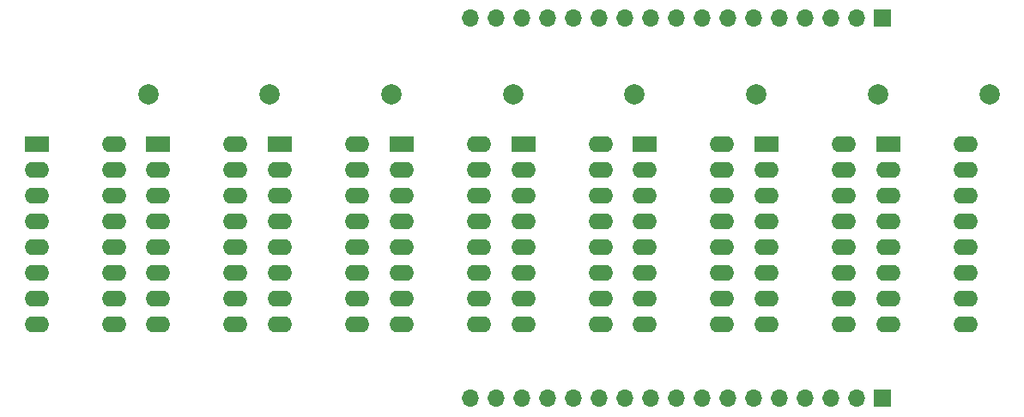
<source format=gbr>
%TF.GenerationSoftware,KiCad,Pcbnew,7.0.10*%
%TF.CreationDate,2024-02-06T22:07:37+01:00*%
%TF.ProjectId,16M2164_Ersatz_16dRAM,31364d32-3136-4345-9f45-727361747a5f,1*%
%TF.SameCoordinates,Original*%
%TF.FileFunction,Soldermask,Bot*%
%TF.FilePolarity,Negative*%
%FSLAX46Y46*%
G04 Gerber Fmt 4.6, Leading zero omitted, Abs format (unit mm)*
G04 Created by KiCad (PCBNEW 7.0.10) date 2024-02-06 22:07:37*
%MOMM*%
%LPD*%
G01*
G04 APERTURE LIST*
%ADD10C,2.000000*%
%ADD11O,2.400000X1.600000*%
%ADD12R,2.400000X1.600000*%
%ADD13R,1.700000X1.700000*%
%ADD14O,1.700000X1.700000*%
G04 APERTURE END LIST*
D10*
%TO.C,TP8*%
X110240000Y-90000000D03*
%TD*%
%TO.C,TP7*%
X122240000Y-90000000D03*
%TD*%
%TO.C,TP6*%
X134240000Y-90000000D03*
%TD*%
%TO.C,TP5*%
X146240000Y-90000000D03*
%TD*%
%TO.C,TP4*%
X158240000Y-90000000D03*
%TD*%
%TO.C,TP3*%
X170240000Y-90000000D03*
%TD*%
%TO.C,TP2*%
X182240000Y-90000000D03*
%TD*%
%TO.C,TP1*%
X193240000Y-90000000D03*
%TD*%
D11*
%TO.C,U5*%
X190860000Y-94920000D03*
X190860000Y-97460000D03*
X190860000Y-100000000D03*
X190860000Y-102540000D03*
X190860000Y-105080000D03*
X190860000Y-107620000D03*
X190860000Y-110160000D03*
X190860000Y-112700000D03*
X183240000Y-112700000D03*
X183240000Y-110160000D03*
X183240000Y-107620000D03*
X183240000Y-105080000D03*
X183240000Y-102540000D03*
X183240000Y-100000000D03*
X183240000Y-97460000D03*
D12*
X183240000Y-94920000D03*
%TD*%
%TO.C,U14*%
X171240000Y-94920000D03*
D11*
X171240000Y-97460000D03*
X171240000Y-100000000D03*
X171240000Y-102540000D03*
X171240000Y-105080000D03*
X171240000Y-107620000D03*
X171240000Y-110160000D03*
X171240000Y-112700000D03*
X178860000Y-112700000D03*
X178860000Y-110160000D03*
X178860000Y-107620000D03*
X178860000Y-105080000D03*
X178860000Y-102540000D03*
X178860000Y-100000000D03*
X178860000Y-97460000D03*
X178860000Y-94920000D03*
%TD*%
%TO.C,U8*%
X154860000Y-94920000D03*
X154860000Y-97460000D03*
X154860000Y-100000000D03*
X154860000Y-102540000D03*
X154860000Y-105080000D03*
X154860000Y-107620000D03*
X154860000Y-110160000D03*
X154860000Y-112700000D03*
X147240000Y-112700000D03*
X147240000Y-110160000D03*
X147240000Y-107620000D03*
X147240000Y-105080000D03*
X147240000Y-102540000D03*
X147240000Y-100000000D03*
X147240000Y-97460000D03*
D12*
X147240000Y-94920000D03*
%TD*%
D11*
%TO.C,U16*%
X154860000Y-94920000D03*
X154860000Y-97460000D03*
X154860000Y-100000000D03*
X154860000Y-102540000D03*
X154860000Y-105080000D03*
X154860000Y-107620000D03*
X154860000Y-110160000D03*
X154860000Y-112700000D03*
X147240000Y-112700000D03*
X147240000Y-110160000D03*
X147240000Y-107620000D03*
X147240000Y-105080000D03*
X147240000Y-102540000D03*
X147240000Y-100000000D03*
X147240000Y-97460000D03*
D12*
X147240000Y-94920000D03*
%TD*%
%TO.C,U7*%
X159240000Y-94920000D03*
D11*
X159240000Y-97460000D03*
X159240000Y-100000000D03*
X159240000Y-102540000D03*
X159240000Y-105080000D03*
X159240000Y-107620000D03*
X159240000Y-110160000D03*
X159240000Y-112700000D03*
X166860000Y-112700000D03*
X166860000Y-110160000D03*
X166860000Y-107620000D03*
X166860000Y-105080000D03*
X166860000Y-102540000D03*
X166860000Y-100000000D03*
X166860000Y-97460000D03*
X166860000Y-94920000D03*
%TD*%
D12*
%TO.C,U11*%
X111240000Y-94920000D03*
D11*
X111240000Y-97460000D03*
X111240000Y-100000000D03*
X111240000Y-102540000D03*
X111240000Y-105080000D03*
X111240000Y-107620000D03*
X111240000Y-110160000D03*
X111240000Y-112700000D03*
X118860000Y-112700000D03*
X118860000Y-110160000D03*
X118860000Y-107620000D03*
X118860000Y-105080000D03*
X118860000Y-102540000D03*
X118860000Y-100000000D03*
X118860000Y-97460000D03*
X118860000Y-94920000D03*
%TD*%
D12*
%TO.C,U1*%
X135240000Y-94920000D03*
D11*
X135240000Y-97460000D03*
X135240000Y-100000000D03*
X135240000Y-102540000D03*
X135240000Y-105080000D03*
X135240000Y-107620000D03*
X135240000Y-110160000D03*
X135240000Y-112700000D03*
X142860000Y-112700000D03*
X142860000Y-110160000D03*
X142860000Y-107620000D03*
X142860000Y-105080000D03*
X142860000Y-102540000D03*
X142860000Y-100000000D03*
X142860000Y-97460000D03*
X142860000Y-94920000D03*
%TD*%
D12*
%TO.C,U12*%
X99240000Y-94920000D03*
D11*
X99240000Y-97460000D03*
X99240000Y-100000000D03*
X99240000Y-102540000D03*
X99240000Y-105080000D03*
X99240000Y-107620000D03*
X99240000Y-110160000D03*
X99240000Y-112700000D03*
X106860000Y-112700000D03*
X106860000Y-110160000D03*
X106860000Y-107620000D03*
X106860000Y-105080000D03*
X106860000Y-102540000D03*
X106860000Y-100000000D03*
X106860000Y-97460000D03*
X106860000Y-94920000D03*
%TD*%
D12*
%TO.C,U2*%
X123240000Y-94920000D03*
D11*
X123240000Y-97460000D03*
X123240000Y-100000000D03*
X123240000Y-102540000D03*
X123240000Y-105080000D03*
X123240000Y-107620000D03*
X123240000Y-110160000D03*
X123240000Y-112700000D03*
X130860000Y-112700000D03*
X130860000Y-110160000D03*
X130860000Y-107620000D03*
X130860000Y-105080000D03*
X130860000Y-102540000D03*
X130860000Y-100000000D03*
X130860000Y-97460000D03*
X130860000Y-94920000D03*
%TD*%
D12*
%TO.C,U15*%
X159240000Y-94920000D03*
D11*
X159240000Y-97460000D03*
X159240000Y-100000000D03*
X159240000Y-102540000D03*
X159240000Y-105080000D03*
X159240000Y-107620000D03*
X159240000Y-110160000D03*
X159240000Y-112700000D03*
X166860000Y-112700000D03*
X166860000Y-110160000D03*
X166860000Y-107620000D03*
X166860000Y-105080000D03*
X166860000Y-102540000D03*
X166860000Y-100000000D03*
X166860000Y-97460000D03*
X166860000Y-94920000D03*
%TD*%
D12*
%TO.C,U10*%
X123240000Y-94920000D03*
D11*
X123240000Y-97460000D03*
X123240000Y-100000000D03*
X123240000Y-102540000D03*
X123240000Y-105080000D03*
X123240000Y-107620000D03*
X123240000Y-110160000D03*
X123240000Y-112700000D03*
X130860000Y-112700000D03*
X130860000Y-110160000D03*
X130860000Y-107620000D03*
X130860000Y-105080000D03*
X130860000Y-102540000D03*
X130860000Y-100000000D03*
X130860000Y-97460000D03*
X130860000Y-94920000D03*
%TD*%
D12*
%TO.C,U3*%
X111240000Y-94920000D03*
D11*
X111240000Y-97460000D03*
X111240000Y-100000000D03*
X111240000Y-102540000D03*
X111240000Y-105080000D03*
X111240000Y-107620000D03*
X111240000Y-110160000D03*
X111240000Y-112700000D03*
X118860000Y-112700000D03*
X118860000Y-110160000D03*
X118860000Y-107620000D03*
X118860000Y-105080000D03*
X118860000Y-102540000D03*
X118860000Y-100000000D03*
X118860000Y-97460000D03*
X118860000Y-94920000D03*
%TD*%
D12*
%TO.C,U9*%
X135240000Y-94920000D03*
D11*
X135240000Y-97460000D03*
X135240000Y-100000000D03*
X135240000Y-102540000D03*
X135240000Y-105080000D03*
X135240000Y-107620000D03*
X135240000Y-110160000D03*
X135240000Y-112700000D03*
X142860000Y-112700000D03*
X142860000Y-110160000D03*
X142860000Y-107620000D03*
X142860000Y-105080000D03*
X142860000Y-102540000D03*
X142860000Y-100000000D03*
X142860000Y-97460000D03*
X142860000Y-94920000D03*
%TD*%
%TO.C,U4*%
X106860000Y-94920000D03*
X106860000Y-97460000D03*
X106860000Y-100000000D03*
X106860000Y-102540000D03*
X106860000Y-105080000D03*
X106860000Y-107620000D03*
X106860000Y-110160000D03*
X106860000Y-112700000D03*
X99240000Y-112700000D03*
X99240000Y-110160000D03*
X99240000Y-107620000D03*
X99240000Y-105080000D03*
X99240000Y-102540000D03*
X99240000Y-100000000D03*
X99240000Y-97460000D03*
D12*
X99240000Y-94920000D03*
%TD*%
%TO.C,U6*%
X171240000Y-94920000D03*
D11*
X171240000Y-97460000D03*
X171240000Y-100000000D03*
X171240000Y-102540000D03*
X171240000Y-105080000D03*
X171240000Y-107620000D03*
X171240000Y-110160000D03*
X171240000Y-112700000D03*
X178860000Y-112700000D03*
X178860000Y-110160000D03*
X178860000Y-107620000D03*
X178860000Y-105080000D03*
X178860000Y-102540000D03*
X178860000Y-100000000D03*
X178860000Y-97460000D03*
X178860000Y-94920000D03*
%TD*%
D12*
%TO.C,U13*%
X183240000Y-94920000D03*
D11*
X183240000Y-97460000D03*
X183240000Y-100000000D03*
X183240000Y-102540000D03*
X183240000Y-105080000D03*
X183240000Y-107620000D03*
X183240000Y-110160000D03*
X183240000Y-112700000D03*
X190860000Y-112700000D03*
X190860000Y-110160000D03*
X190860000Y-107620000D03*
X190860000Y-105080000D03*
X190860000Y-102540000D03*
X190860000Y-100000000D03*
X190860000Y-97460000D03*
X190860000Y-94920000D03*
%TD*%
D13*
%TO.C,J2*%
X182660000Y-120000000D03*
D14*
X180120000Y-120000000D03*
X177580000Y-120000000D03*
X175040000Y-120000000D03*
X172500000Y-120000000D03*
X169960000Y-120000000D03*
X167420000Y-120000000D03*
X164880000Y-120000000D03*
X162340000Y-120000000D03*
X159800000Y-120000000D03*
X157260000Y-120000000D03*
X154720000Y-120000000D03*
X152180000Y-120000000D03*
X149640000Y-120000000D03*
X147100000Y-120000000D03*
X144560000Y-120000000D03*
X142020000Y-120000000D03*
%TD*%
D13*
%TO.C,J1*%
X182660000Y-82500000D03*
D14*
X180120000Y-82500000D03*
X177580000Y-82500000D03*
X175040000Y-82500000D03*
X172500000Y-82500000D03*
X169960000Y-82500000D03*
X167420000Y-82500000D03*
X164880000Y-82500000D03*
X162340000Y-82500000D03*
X159800000Y-82500000D03*
X157260000Y-82500000D03*
X154720000Y-82500000D03*
X152180000Y-82500000D03*
X149640000Y-82500000D03*
X147100000Y-82500000D03*
X144560000Y-82500000D03*
X142020000Y-82500000D03*
%TD*%
M02*

</source>
